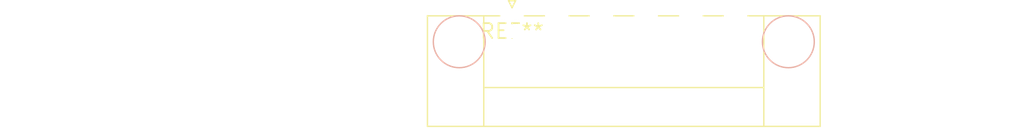
<source format=kicad_pcb>
(kicad_pcb (version 20240108) (generator pcbnew)
  (layers (0 "F.Cu" signal) (31 "B.Cu" signal) (34 "B.Paste" user) (35 "F.Paste" user) (36 "B.SilkS" user "B.Silkscreen") (37 "F.SilkS" user "F.Silkscreen") (38 "B.Mask" user) (39 "F.Mask" user) (44 "Edge.Cuts" user))
  (net 0 "")
  (footprint "PhoenixContact_MC_1,5_6-GF-3.81_1x06_P3.81mm_Horizontal_ThreadedFlange_MountHole" (layer "F.Cu") (at 0 0)
    (property "Reference" "REF**")
    (property "Value" "PhoenixContact_MC_1,5_6-GF-3.81_1x06_P3.81mm_Horizontal_ThreadedFlange_MountHole")
    (fp_circle (center -4.5 0.9) (end -2.29 0.9) (layer "B.SilkS") (stroke (width 0.12)) (fill none))
    (fp_circle (center 23.55 0.9) (end 25.76 0.9) (layer "B.SilkS") (stroke (width 0.12)) (fill none))
    (fp_line (start -7.21 -1.31) (end -7.21 8.11) (layer "F.SilkS") (stroke (width 0.12)))
    (fp_line (start -7.21 -1.31) (end -1.05 -1.31) (layer "F.SilkS") (stroke (width 0.12)))
    (fp_line (start -7.21 8.11) (end 26.26 8.11) (layer "F.SilkS") (stroke (width 0.12)))
    (fp_line (start -2.41 -1.31) (end -2.41 8.11) (layer "F.SilkS") (stroke (width 0.12)))
    (fp_line (start -2.41 4.8) (end 21.46 4.8) (layer "F.SilkS") (stroke (width 0.12)))
    (fp_line (start -0.3 -2.6) (end 0.3 -2.6) (layer "F.SilkS") (stroke (width 0.12)))
    (fp_line (start 0 -2) (end -0.3 -2.6) (layer "F.SilkS") (stroke (width 0.12)))
    (fp_line (start 0.3 -2.6) (end 0 -2) (layer "F.SilkS") (stroke (width 0.12)))
    (fp_line (start 1.05 -1.31) (end 2.76 -1.31) (layer "F.SilkS") (stroke (width 0.12)))
    (fp_line (start 4.86 -1.31) (end 6.57 -1.31) (layer "F.SilkS") (stroke (width 0.12)))
    (fp_line (start 8.67 -1.31) (end 10.38 -1.31) (layer "F.SilkS") (stroke (width 0.12)))
    (fp_line (start 12.48 -1.31) (end 14.19 -1.31) (layer "F.SilkS") (stroke (width 0.12)))
    (fp_line (start 16.29 -1.31) (end 18 -1.31) (layer "F.SilkS") (stroke (width 0.12)))
    (fp_line (start 21.46 -1.31) (end 21.46 8.11) (layer "F.SilkS") (stroke (width 0.12)))
    (fp_line (start 26.26 -1.31) (end 20.1 -1.31) (layer "F.SilkS") (stroke (width 0.12)))
    (fp_line (start 26.26 8.11) (end 26.26 -1.31) (layer "F.SilkS") (stroke (width 0.12)))
    (pad "" np_thru_hole circle (at -4.5 0.9) (size 2.4 2.4) (drill 2.4) (layers *.Cu *.Mask))
    (pad "" np_thru_hole circle (at 23.55 0.9) (size 2.4 2.4) (drill 2.4) (layers *.Cu *.Mask))
    (pad "1" thru_hole roundrect (at 0 0) (size 1.8 3.6) (drill 1.2) (layers *.Cu *.Mask) (remove_unused_layers) (roundrect_rratio 0.138889))
    (pad "2" thru_hole oval (at 3.81 0) (size 1.8 3.6) (drill 1.2) (layers *.Cu *.Mask) (remove_unused_layers))
    (pad "3" thru_hole oval (at 7.62 0) (size 1.8 3.6) (drill 1.2) (layers *.Cu *.Mask) (remove_unused_layers))
    (pad "4" thru_hole oval (at 11.43 0) (size 1.8 3.6) (drill 1.2) (layers *.Cu *.Mask) (remove_unused_layers))
    (pad "5" thru_hole oval (at 15.24 0) (size 1.8 3.6) (drill 1.2) (layers *.Cu *.Mask) (remove_unused_layers))
    (pad "6" thru_hole oval (at 19.05 0) (size 1.8 3.6) (drill 1.2) (layers *.Cu *.Mask) (remove_unused_layers))
  )
)
</source>
